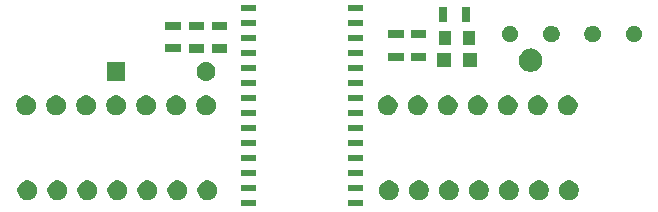
<source format=gbs>
G04 #@! TF.GenerationSoftware,KiCad,Pcbnew,5.0.2-bee76a0~70~ubuntu18.04.1*
G04 #@! TF.CreationDate,2019-03-14T11:27:35-04:00*
G04 #@! TF.ProjectId,Backpack,4261636b-7061-4636-9b2e-6b696361645f,rev?*
G04 #@! TF.SameCoordinates,Original*
G04 #@! TF.FileFunction,Soldermask,Bot*
G04 #@! TF.FilePolarity,Negative*
%FSLAX46Y46*%
G04 Gerber Fmt 4.6, Leading zero omitted, Abs format (unit mm)*
G04 Created by KiCad (PCBNEW 5.0.2-bee76a0~70~ubuntu18.04.1) date Thu 14 Mar 2019 11:27:35 AM EDT*
%MOMM*%
%LPD*%
G01*
G04 APERTURE LIST*
%ADD10C,0.100000*%
G04 APERTURE END LIST*
D10*
G36*
X99060000Y-38481000D02*
X97790000Y-38481000D01*
X97790000Y-37973000D01*
X99060000Y-37973000D01*
X99060000Y-38481000D01*
X99060000Y-38481000D01*
G37*
G36*
X90017600Y-38481000D02*
X88747600Y-38481000D01*
X88747600Y-37973000D01*
X90017600Y-37973000D01*
X90017600Y-38481000D01*
X90017600Y-38481000D01*
G37*
G36*
X114211754Y-36321191D02*
X114364297Y-36384376D01*
X114501585Y-36476109D01*
X114618331Y-36592855D01*
X114710064Y-36730143D01*
X114773249Y-36882686D01*
X114805460Y-37044623D01*
X114805460Y-37209737D01*
X114773249Y-37371674D01*
X114710064Y-37524217D01*
X114618331Y-37661505D01*
X114501585Y-37778251D01*
X114364297Y-37869984D01*
X114211754Y-37933169D01*
X114049817Y-37965380D01*
X113884703Y-37965380D01*
X113722766Y-37933169D01*
X113570223Y-37869984D01*
X113432935Y-37778251D01*
X113316189Y-37661505D01*
X113224456Y-37524217D01*
X113161271Y-37371674D01*
X113129060Y-37209737D01*
X113129060Y-37044623D01*
X113161271Y-36882686D01*
X113224456Y-36730143D01*
X113316189Y-36592855D01*
X113432935Y-36476109D01*
X113570223Y-36384376D01*
X113722766Y-36321191D01*
X113884703Y-36288980D01*
X114049817Y-36288980D01*
X114211754Y-36321191D01*
X114211754Y-36321191D01*
G37*
G36*
X116751754Y-36321191D02*
X116904297Y-36384376D01*
X117041585Y-36476109D01*
X117158331Y-36592855D01*
X117250064Y-36730143D01*
X117313249Y-36882686D01*
X117345460Y-37044623D01*
X117345460Y-37209737D01*
X117313249Y-37371674D01*
X117250064Y-37524217D01*
X117158331Y-37661505D01*
X117041585Y-37778251D01*
X116904297Y-37869984D01*
X116751754Y-37933169D01*
X116589817Y-37965380D01*
X116424703Y-37965380D01*
X116262766Y-37933169D01*
X116110223Y-37869984D01*
X115972935Y-37778251D01*
X115856189Y-37661505D01*
X115764456Y-37524217D01*
X115701271Y-37371674D01*
X115669060Y-37209737D01*
X115669060Y-37044623D01*
X115701271Y-36882686D01*
X115764456Y-36730143D01*
X115856189Y-36592855D01*
X115972935Y-36476109D01*
X116110223Y-36384376D01*
X116262766Y-36321191D01*
X116424703Y-36288980D01*
X116589817Y-36288980D01*
X116751754Y-36321191D01*
X116751754Y-36321191D01*
G37*
G36*
X86144754Y-36321191D02*
X86297297Y-36384376D01*
X86434585Y-36476109D01*
X86551331Y-36592855D01*
X86643064Y-36730143D01*
X86706249Y-36882686D01*
X86738460Y-37044623D01*
X86738460Y-37209737D01*
X86706249Y-37371674D01*
X86643064Y-37524217D01*
X86551331Y-37661505D01*
X86434585Y-37778251D01*
X86297297Y-37869984D01*
X86144754Y-37933169D01*
X85982817Y-37965380D01*
X85817703Y-37965380D01*
X85655766Y-37933169D01*
X85503223Y-37869984D01*
X85365935Y-37778251D01*
X85249189Y-37661505D01*
X85157456Y-37524217D01*
X85094271Y-37371674D01*
X85062060Y-37209737D01*
X85062060Y-37044623D01*
X85094271Y-36882686D01*
X85157456Y-36730143D01*
X85249189Y-36592855D01*
X85365935Y-36476109D01*
X85503223Y-36384376D01*
X85655766Y-36321191D01*
X85817703Y-36288980D01*
X85982817Y-36288980D01*
X86144754Y-36321191D01*
X86144754Y-36321191D01*
G37*
G36*
X83604754Y-36321191D02*
X83757297Y-36384376D01*
X83894585Y-36476109D01*
X84011331Y-36592855D01*
X84103064Y-36730143D01*
X84166249Y-36882686D01*
X84198460Y-37044623D01*
X84198460Y-37209737D01*
X84166249Y-37371674D01*
X84103064Y-37524217D01*
X84011331Y-37661505D01*
X83894585Y-37778251D01*
X83757297Y-37869984D01*
X83604754Y-37933169D01*
X83442817Y-37965380D01*
X83277703Y-37965380D01*
X83115766Y-37933169D01*
X82963223Y-37869984D01*
X82825935Y-37778251D01*
X82709189Y-37661505D01*
X82617456Y-37524217D01*
X82554271Y-37371674D01*
X82522060Y-37209737D01*
X82522060Y-37044623D01*
X82554271Y-36882686D01*
X82617456Y-36730143D01*
X82709189Y-36592855D01*
X82825935Y-36476109D01*
X82963223Y-36384376D01*
X83115766Y-36321191D01*
X83277703Y-36288980D01*
X83442817Y-36288980D01*
X83604754Y-36321191D01*
X83604754Y-36321191D01*
G37*
G36*
X81064754Y-36321191D02*
X81217297Y-36384376D01*
X81354585Y-36476109D01*
X81471331Y-36592855D01*
X81563064Y-36730143D01*
X81626249Y-36882686D01*
X81658460Y-37044623D01*
X81658460Y-37209737D01*
X81626249Y-37371674D01*
X81563064Y-37524217D01*
X81471331Y-37661505D01*
X81354585Y-37778251D01*
X81217297Y-37869984D01*
X81064754Y-37933169D01*
X80902817Y-37965380D01*
X80737703Y-37965380D01*
X80575766Y-37933169D01*
X80423223Y-37869984D01*
X80285935Y-37778251D01*
X80169189Y-37661505D01*
X80077456Y-37524217D01*
X80014271Y-37371674D01*
X79982060Y-37209737D01*
X79982060Y-37044623D01*
X80014271Y-36882686D01*
X80077456Y-36730143D01*
X80169189Y-36592855D01*
X80285935Y-36476109D01*
X80423223Y-36384376D01*
X80575766Y-36321191D01*
X80737703Y-36288980D01*
X80902817Y-36288980D01*
X81064754Y-36321191D01*
X81064754Y-36321191D01*
G37*
G36*
X78524754Y-36321191D02*
X78677297Y-36384376D01*
X78814585Y-36476109D01*
X78931331Y-36592855D01*
X79023064Y-36730143D01*
X79086249Y-36882686D01*
X79118460Y-37044623D01*
X79118460Y-37209737D01*
X79086249Y-37371674D01*
X79023064Y-37524217D01*
X78931331Y-37661505D01*
X78814585Y-37778251D01*
X78677297Y-37869984D01*
X78524754Y-37933169D01*
X78362817Y-37965380D01*
X78197703Y-37965380D01*
X78035766Y-37933169D01*
X77883223Y-37869984D01*
X77745935Y-37778251D01*
X77629189Y-37661505D01*
X77537456Y-37524217D01*
X77474271Y-37371674D01*
X77442060Y-37209737D01*
X77442060Y-37044623D01*
X77474271Y-36882686D01*
X77537456Y-36730143D01*
X77629189Y-36592855D01*
X77745935Y-36476109D01*
X77883223Y-36384376D01*
X78035766Y-36321191D01*
X78197703Y-36288980D01*
X78362817Y-36288980D01*
X78524754Y-36321191D01*
X78524754Y-36321191D01*
G37*
G36*
X75987294Y-36321191D02*
X76139837Y-36384376D01*
X76277125Y-36476109D01*
X76393871Y-36592855D01*
X76485604Y-36730143D01*
X76548789Y-36882686D01*
X76581000Y-37044623D01*
X76581000Y-37209737D01*
X76548789Y-37371674D01*
X76485604Y-37524217D01*
X76393871Y-37661505D01*
X76277125Y-37778251D01*
X76139837Y-37869984D01*
X75987294Y-37933169D01*
X75825357Y-37965380D01*
X75660243Y-37965380D01*
X75498306Y-37933169D01*
X75345763Y-37869984D01*
X75208475Y-37778251D01*
X75091729Y-37661505D01*
X74999996Y-37524217D01*
X74936811Y-37371674D01*
X74904600Y-37209737D01*
X74904600Y-37044623D01*
X74936811Y-36882686D01*
X74999996Y-36730143D01*
X75091729Y-36592855D01*
X75208475Y-36476109D01*
X75345763Y-36384376D01*
X75498306Y-36321191D01*
X75660243Y-36288980D01*
X75825357Y-36288980D01*
X75987294Y-36321191D01*
X75987294Y-36321191D01*
G37*
G36*
X73447294Y-36321191D02*
X73599837Y-36384376D01*
X73737125Y-36476109D01*
X73853871Y-36592855D01*
X73945604Y-36730143D01*
X74008789Y-36882686D01*
X74041000Y-37044623D01*
X74041000Y-37209737D01*
X74008789Y-37371674D01*
X73945604Y-37524217D01*
X73853871Y-37661505D01*
X73737125Y-37778251D01*
X73599837Y-37869984D01*
X73447294Y-37933169D01*
X73285357Y-37965380D01*
X73120243Y-37965380D01*
X72958306Y-37933169D01*
X72805763Y-37869984D01*
X72668475Y-37778251D01*
X72551729Y-37661505D01*
X72459996Y-37524217D01*
X72396811Y-37371674D01*
X72364600Y-37209737D01*
X72364600Y-37044623D01*
X72396811Y-36882686D01*
X72459996Y-36730143D01*
X72551729Y-36592855D01*
X72668475Y-36476109D01*
X72805763Y-36384376D01*
X72958306Y-36321191D01*
X73120243Y-36288980D01*
X73285357Y-36288980D01*
X73447294Y-36321191D01*
X73447294Y-36321191D01*
G37*
G36*
X70907294Y-36321191D02*
X71059837Y-36384376D01*
X71197125Y-36476109D01*
X71313871Y-36592855D01*
X71405604Y-36730143D01*
X71468789Y-36882686D01*
X71501000Y-37044623D01*
X71501000Y-37209737D01*
X71468789Y-37371674D01*
X71405604Y-37524217D01*
X71313871Y-37661505D01*
X71197125Y-37778251D01*
X71059837Y-37869984D01*
X70907294Y-37933169D01*
X70745357Y-37965380D01*
X70580243Y-37965380D01*
X70418306Y-37933169D01*
X70265763Y-37869984D01*
X70128475Y-37778251D01*
X70011729Y-37661505D01*
X69919996Y-37524217D01*
X69856811Y-37371674D01*
X69824600Y-37209737D01*
X69824600Y-37044623D01*
X69856811Y-36882686D01*
X69919996Y-36730143D01*
X70011729Y-36592855D01*
X70128475Y-36476109D01*
X70265763Y-36384376D01*
X70418306Y-36321191D01*
X70580243Y-36288980D01*
X70745357Y-36288980D01*
X70907294Y-36321191D01*
X70907294Y-36321191D01*
G37*
G36*
X104054294Y-36321191D02*
X104206837Y-36384376D01*
X104344125Y-36476109D01*
X104460871Y-36592855D01*
X104552604Y-36730143D01*
X104615789Y-36882686D01*
X104648000Y-37044623D01*
X104648000Y-37209737D01*
X104615789Y-37371674D01*
X104552604Y-37524217D01*
X104460871Y-37661505D01*
X104344125Y-37778251D01*
X104206837Y-37869984D01*
X104054294Y-37933169D01*
X103892357Y-37965380D01*
X103727243Y-37965380D01*
X103565306Y-37933169D01*
X103412763Y-37869984D01*
X103275475Y-37778251D01*
X103158729Y-37661505D01*
X103066996Y-37524217D01*
X103003811Y-37371674D01*
X102971600Y-37209737D01*
X102971600Y-37044623D01*
X103003811Y-36882686D01*
X103066996Y-36730143D01*
X103158729Y-36592855D01*
X103275475Y-36476109D01*
X103412763Y-36384376D01*
X103565306Y-36321191D01*
X103727243Y-36288980D01*
X103892357Y-36288980D01*
X104054294Y-36321191D01*
X104054294Y-36321191D01*
G37*
G36*
X101514294Y-36321191D02*
X101666837Y-36384376D01*
X101804125Y-36476109D01*
X101920871Y-36592855D01*
X102012604Y-36730143D01*
X102075789Y-36882686D01*
X102108000Y-37044623D01*
X102108000Y-37209737D01*
X102075789Y-37371674D01*
X102012604Y-37524217D01*
X101920871Y-37661505D01*
X101804125Y-37778251D01*
X101666837Y-37869984D01*
X101514294Y-37933169D01*
X101352357Y-37965380D01*
X101187243Y-37965380D01*
X101025306Y-37933169D01*
X100872763Y-37869984D01*
X100735475Y-37778251D01*
X100618729Y-37661505D01*
X100526996Y-37524217D01*
X100463811Y-37371674D01*
X100431600Y-37209737D01*
X100431600Y-37044623D01*
X100463811Y-36882686D01*
X100526996Y-36730143D01*
X100618729Y-36592855D01*
X100735475Y-36476109D01*
X100872763Y-36384376D01*
X101025306Y-36321191D01*
X101187243Y-36288980D01*
X101352357Y-36288980D01*
X101514294Y-36321191D01*
X101514294Y-36321191D01*
G37*
G36*
X111671754Y-36321191D02*
X111824297Y-36384376D01*
X111961585Y-36476109D01*
X112078331Y-36592855D01*
X112170064Y-36730143D01*
X112233249Y-36882686D01*
X112265460Y-37044623D01*
X112265460Y-37209737D01*
X112233249Y-37371674D01*
X112170064Y-37524217D01*
X112078331Y-37661505D01*
X111961585Y-37778251D01*
X111824297Y-37869984D01*
X111671754Y-37933169D01*
X111509817Y-37965380D01*
X111344703Y-37965380D01*
X111182766Y-37933169D01*
X111030223Y-37869984D01*
X110892935Y-37778251D01*
X110776189Y-37661505D01*
X110684456Y-37524217D01*
X110621271Y-37371674D01*
X110589060Y-37209737D01*
X110589060Y-37044623D01*
X110621271Y-36882686D01*
X110684456Y-36730143D01*
X110776189Y-36592855D01*
X110892935Y-36476109D01*
X111030223Y-36384376D01*
X111182766Y-36321191D01*
X111344703Y-36288980D01*
X111509817Y-36288980D01*
X111671754Y-36321191D01*
X111671754Y-36321191D01*
G37*
G36*
X109131754Y-36321191D02*
X109284297Y-36384376D01*
X109421585Y-36476109D01*
X109538331Y-36592855D01*
X109630064Y-36730143D01*
X109693249Y-36882686D01*
X109725460Y-37044623D01*
X109725460Y-37209737D01*
X109693249Y-37371674D01*
X109630064Y-37524217D01*
X109538331Y-37661505D01*
X109421585Y-37778251D01*
X109284297Y-37869984D01*
X109131754Y-37933169D01*
X108969817Y-37965380D01*
X108804703Y-37965380D01*
X108642766Y-37933169D01*
X108490223Y-37869984D01*
X108352935Y-37778251D01*
X108236189Y-37661505D01*
X108144456Y-37524217D01*
X108081271Y-37371674D01*
X108049060Y-37209737D01*
X108049060Y-37044623D01*
X108081271Y-36882686D01*
X108144456Y-36730143D01*
X108236189Y-36592855D01*
X108352935Y-36476109D01*
X108490223Y-36384376D01*
X108642766Y-36321191D01*
X108804703Y-36288980D01*
X108969817Y-36288980D01*
X109131754Y-36321191D01*
X109131754Y-36321191D01*
G37*
G36*
X106594294Y-36321191D02*
X106746837Y-36384376D01*
X106884125Y-36476109D01*
X107000871Y-36592855D01*
X107092604Y-36730143D01*
X107155789Y-36882686D01*
X107188000Y-37044623D01*
X107188000Y-37209737D01*
X107155789Y-37371674D01*
X107092604Y-37524217D01*
X107000871Y-37661505D01*
X106884125Y-37778251D01*
X106746837Y-37869984D01*
X106594294Y-37933169D01*
X106432357Y-37965380D01*
X106267243Y-37965380D01*
X106105306Y-37933169D01*
X105952763Y-37869984D01*
X105815475Y-37778251D01*
X105698729Y-37661505D01*
X105606996Y-37524217D01*
X105543811Y-37371674D01*
X105511600Y-37209737D01*
X105511600Y-37044623D01*
X105543811Y-36882686D01*
X105606996Y-36730143D01*
X105698729Y-36592855D01*
X105815475Y-36476109D01*
X105952763Y-36384376D01*
X106105306Y-36321191D01*
X106267243Y-36288980D01*
X106432357Y-36288980D01*
X106594294Y-36321191D01*
X106594294Y-36321191D01*
G37*
G36*
X99060000Y-37211000D02*
X97790000Y-37211000D01*
X97790000Y-36703000D01*
X99060000Y-36703000D01*
X99060000Y-37211000D01*
X99060000Y-37211000D01*
G37*
G36*
X90017600Y-37211000D02*
X88747600Y-37211000D01*
X88747600Y-36703000D01*
X90017600Y-36703000D01*
X90017600Y-37211000D01*
X90017600Y-37211000D01*
G37*
G36*
X90017600Y-35941000D02*
X88747600Y-35941000D01*
X88747600Y-35433000D01*
X90017600Y-35433000D01*
X90017600Y-35941000D01*
X90017600Y-35941000D01*
G37*
G36*
X99060000Y-35941000D02*
X97790000Y-35941000D01*
X97790000Y-35433000D01*
X99060000Y-35433000D01*
X99060000Y-35941000D01*
X99060000Y-35941000D01*
G37*
G36*
X99060000Y-34671000D02*
X97790000Y-34671000D01*
X97790000Y-34163000D01*
X99060000Y-34163000D01*
X99060000Y-34671000D01*
X99060000Y-34671000D01*
G37*
G36*
X90017600Y-34671000D02*
X88747600Y-34671000D01*
X88747600Y-34163000D01*
X90017600Y-34163000D01*
X90017600Y-34671000D01*
X90017600Y-34671000D01*
G37*
G36*
X90017600Y-33401000D02*
X88747600Y-33401000D01*
X88747600Y-32893000D01*
X90017600Y-32893000D01*
X90017600Y-33401000D01*
X90017600Y-33401000D01*
G37*
G36*
X99060000Y-33401000D02*
X97790000Y-33401000D01*
X97790000Y-32893000D01*
X99060000Y-32893000D01*
X99060000Y-33401000D01*
X99060000Y-33401000D01*
G37*
G36*
X90017600Y-32131000D02*
X88747600Y-32131000D01*
X88747600Y-31623000D01*
X90017600Y-31623000D01*
X90017600Y-32131000D01*
X90017600Y-32131000D01*
G37*
G36*
X99060000Y-32131000D02*
X97790000Y-32131000D01*
X97790000Y-31623000D01*
X99060000Y-31623000D01*
X99060000Y-32131000D01*
X99060000Y-32131000D01*
G37*
G36*
X99060000Y-30861000D02*
X97790000Y-30861000D01*
X97790000Y-30353000D01*
X99060000Y-30353000D01*
X99060000Y-30861000D01*
X99060000Y-30861000D01*
G37*
G36*
X90017600Y-30861000D02*
X88747600Y-30861000D01*
X88747600Y-30353000D01*
X90017600Y-30353000D01*
X90017600Y-30861000D01*
X90017600Y-30861000D01*
G37*
G36*
X80965694Y-29122831D02*
X81118237Y-29186016D01*
X81255525Y-29277749D01*
X81372271Y-29394495D01*
X81464004Y-29531783D01*
X81527189Y-29684326D01*
X81559400Y-29846263D01*
X81559400Y-30011377D01*
X81527189Y-30173314D01*
X81464004Y-30325857D01*
X81372271Y-30463145D01*
X81255525Y-30579891D01*
X81118237Y-30671624D01*
X80965694Y-30734809D01*
X80803757Y-30767020D01*
X80638643Y-30767020D01*
X80476706Y-30734809D01*
X80324163Y-30671624D01*
X80186875Y-30579891D01*
X80070129Y-30463145D01*
X79978396Y-30325857D01*
X79915211Y-30173314D01*
X79883000Y-30011377D01*
X79883000Y-29846263D01*
X79915211Y-29684326D01*
X79978396Y-29531783D01*
X80070129Y-29394495D01*
X80186875Y-29277749D01*
X80324163Y-29186016D01*
X80476706Y-29122831D01*
X80638643Y-29090620D01*
X80803757Y-29090620D01*
X80965694Y-29122831D01*
X80965694Y-29122831D01*
G37*
G36*
X70808234Y-29122831D02*
X70960777Y-29186016D01*
X71098065Y-29277749D01*
X71214811Y-29394495D01*
X71306544Y-29531783D01*
X71369729Y-29684326D01*
X71401940Y-29846263D01*
X71401940Y-30011377D01*
X71369729Y-30173314D01*
X71306544Y-30325857D01*
X71214811Y-30463145D01*
X71098065Y-30579891D01*
X70960777Y-30671624D01*
X70808234Y-30734809D01*
X70646297Y-30767020D01*
X70481183Y-30767020D01*
X70319246Y-30734809D01*
X70166703Y-30671624D01*
X70029415Y-30579891D01*
X69912669Y-30463145D01*
X69820936Y-30325857D01*
X69757751Y-30173314D01*
X69725540Y-30011377D01*
X69725540Y-29846263D01*
X69757751Y-29684326D01*
X69820936Y-29531783D01*
X69912669Y-29394495D01*
X70029415Y-29277749D01*
X70166703Y-29186016D01*
X70319246Y-29122831D01*
X70481183Y-29090620D01*
X70646297Y-29090620D01*
X70808234Y-29122831D01*
X70808234Y-29122831D01*
G37*
G36*
X73348234Y-29122831D02*
X73500777Y-29186016D01*
X73638065Y-29277749D01*
X73754811Y-29394495D01*
X73846544Y-29531783D01*
X73909729Y-29684326D01*
X73941940Y-29846263D01*
X73941940Y-30011377D01*
X73909729Y-30173314D01*
X73846544Y-30325857D01*
X73754811Y-30463145D01*
X73638065Y-30579891D01*
X73500777Y-30671624D01*
X73348234Y-30734809D01*
X73186297Y-30767020D01*
X73021183Y-30767020D01*
X72859246Y-30734809D01*
X72706703Y-30671624D01*
X72569415Y-30579891D01*
X72452669Y-30463145D01*
X72360936Y-30325857D01*
X72297751Y-30173314D01*
X72265540Y-30011377D01*
X72265540Y-29846263D01*
X72297751Y-29684326D01*
X72360936Y-29531783D01*
X72452669Y-29394495D01*
X72569415Y-29277749D01*
X72706703Y-29186016D01*
X72859246Y-29122831D01*
X73021183Y-29090620D01*
X73186297Y-29090620D01*
X73348234Y-29122831D01*
X73348234Y-29122831D01*
G37*
G36*
X78428234Y-29122831D02*
X78580777Y-29186016D01*
X78718065Y-29277749D01*
X78834811Y-29394495D01*
X78926544Y-29531783D01*
X78989729Y-29684326D01*
X79021940Y-29846263D01*
X79021940Y-30011377D01*
X78989729Y-30173314D01*
X78926544Y-30325857D01*
X78834811Y-30463145D01*
X78718065Y-30579891D01*
X78580777Y-30671624D01*
X78428234Y-30734809D01*
X78266297Y-30767020D01*
X78101183Y-30767020D01*
X77939246Y-30734809D01*
X77786703Y-30671624D01*
X77649415Y-30579891D01*
X77532669Y-30463145D01*
X77440936Y-30325857D01*
X77377751Y-30173314D01*
X77345540Y-30011377D01*
X77345540Y-29846263D01*
X77377751Y-29684326D01*
X77440936Y-29531783D01*
X77532669Y-29394495D01*
X77649415Y-29277749D01*
X77786703Y-29186016D01*
X77939246Y-29122831D01*
X78101183Y-29090620D01*
X78266297Y-29090620D01*
X78428234Y-29122831D01*
X78428234Y-29122831D01*
G37*
G36*
X114112694Y-29122831D02*
X114265237Y-29186016D01*
X114402525Y-29277749D01*
X114519271Y-29394495D01*
X114611004Y-29531783D01*
X114674189Y-29684326D01*
X114706400Y-29846263D01*
X114706400Y-30011377D01*
X114674189Y-30173314D01*
X114611004Y-30325857D01*
X114519271Y-30463145D01*
X114402525Y-30579891D01*
X114265237Y-30671624D01*
X114112694Y-30734809D01*
X113950757Y-30767020D01*
X113785643Y-30767020D01*
X113623706Y-30734809D01*
X113471163Y-30671624D01*
X113333875Y-30579891D01*
X113217129Y-30463145D01*
X113125396Y-30325857D01*
X113062211Y-30173314D01*
X113030000Y-30011377D01*
X113030000Y-29846263D01*
X113062211Y-29684326D01*
X113125396Y-29531783D01*
X113217129Y-29394495D01*
X113333875Y-29277749D01*
X113471163Y-29186016D01*
X113623706Y-29122831D01*
X113785643Y-29090620D01*
X113950757Y-29090620D01*
X114112694Y-29122831D01*
X114112694Y-29122831D01*
G37*
G36*
X111572694Y-29122831D02*
X111725237Y-29186016D01*
X111862525Y-29277749D01*
X111979271Y-29394495D01*
X112071004Y-29531783D01*
X112134189Y-29684326D01*
X112166400Y-29846263D01*
X112166400Y-30011377D01*
X112134189Y-30173314D01*
X112071004Y-30325857D01*
X111979271Y-30463145D01*
X111862525Y-30579891D01*
X111725237Y-30671624D01*
X111572694Y-30734809D01*
X111410757Y-30767020D01*
X111245643Y-30767020D01*
X111083706Y-30734809D01*
X110931163Y-30671624D01*
X110793875Y-30579891D01*
X110677129Y-30463145D01*
X110585396Y-30325857D01*
X110522211Y-30173314D01*
X110490000Y-30011377D01*
X110490000Y-29846263D01*
X110522211Y-29684326D01*
X110585396Y-29531783D01*
X110677129Y-29394495D01*
X110793875Y-29277749D01*
X110931163Y-29186016D01*
X111083706Y-29122831D01*
X111245643Y-29090620D01*
X111410757Y-29090620D01*
X111572694Y-29122831D01*
X111572694Y-29122831D01*
G37*
G36*
X116652694Y-29122831D02*
X116805237Y-29186016D01*
X116942525Y-29277749D01*
X117059271Y-29394495D01*
X117151004Y-29531783D01*
X117214189Y-29684326D01*
X117246400Y-29846263D01*
X117246400Y-30011377D01*
X117214189Y-30173314D01*
X117151004Y-30325857D01*
X117059271Y-30463145D01*
X116942525Y-30579891D01*
X116805237Y-30671624D01*
X116652694Y-30734809D01*
X116490757Y-30767020D01*
X116325643Y-30767020D01*
X116163706Y-30734809D01*
X116011163Y-30671624D01*
X115873875Y-30579891D01*
X115757129Y-30463145D01*
X115665396Y-30325857D01*
X115602211Y-30173314D01*
X115570000Y-30011377D01*
X115570000Y-29846263D01*
X115602211Y-29684326D01*
X115665396Y-29531783D01*
X115757129Y-29394495D01*
X115873875Y-29277749D01*
X116011163Y-29186016D01*
X116163706Y-29122831D01*
X116325643Y-29090620D01*
X116490757Y-29090620D01*
X116652694Y-29122831D01*
X116652694Y-29122831D01*
G37*
G36*
X75888234Y-29122831D02*
X76040777Y-29186016D01*
X76178065Y-29277749D01*
X76294811Y-29394495D01*
X76386544Y-29531783D01*
X76449729Y-29684326D01*
X76481940Y-29846263D01*
X76481940Y-30011377D01*
X76449729Y-30173314D01*
X76386544Y-30325857D01*
X76294811Y-30463145D01*
X76178065Y-30579891D01*
X76040777Y-30671624D01*
X75888234Y-30734809D01*
X75726297Y-30767020D01*
X75561183Y-30767020D01*
X75399246Y-30734809D01*
X75246703Y-30671624D01*
X75109415Y-30579891D01*
X74992669Y-30463145D01*
X74900936Y-30325857D01*
X74837751Y-30173314D01*
X74805540Y-30011377D01*
X74805540Y-29846263D01*
X74837751Y-29684326D01*
X74900936Y-29531783D01*
X74992669Y-29394495D01*
X75109415Y-29277749D01*
X75246703Y-29186016D01*
X75399246Y-29122831D01*
X75561183Y-29090620D01*
X75726297Y-29090620D01*
X75888234Y-29122831D01*
X75888234Y-29122831D01*
G37*
G36*
X109035234Y-29122831D02*
X109187777Y-29186016D01*
X109325065Y-29277749D01*
X109441811Y-29394495D01*
X109533544Y-29531783D01*
X109596729Y-29684326D01*
X109628940Y-29846263D01*
X109628940Y-30011377D01*
X109596729Y-30173314D01*
X109533544Y-30325857D01*
X109441811Y-30463145D01*
X109325065Y-30579891D01*
X109187777Y-30671624D01*
X109035234Y-30734809D01*
X108873297Y-30767020D01*
X108708183Y-30767020D01*
X108546246Y-30734809D01*
X108393703Y-30671624D01*
X108256415Y-30579891D01*
X108139669Y-30463145D01*
X108047936Y-30325857D01*
X107984751Y-30173314D01*
X107952540Y-30011377D01*
X107952540Y-29846263D01*
X107984751Y-29684326D01*
X108047936Y-29531783D01*
X108139669Y-29394495D01*
X108256415Y-29277749D01*
X108393703Y-29186016D01*
X108546246Y-29122831D01*
X108708183Y-29090620D01*
X108873297Y-29090620D01*
X109035234Y-29122831D01*
X109035234Y-29122831D01*
G37*
G36*
X101415234Y-29122831D02*
X101567777Y-29186016D01*
X101705065Y-29277749D01*
X101821811Y-29394495D01*
X101913544Y-29531783D01*
X101976729Y-29684326D01*
X102008940Y-29846263D01*
X102008940Y-30011377D01*
X101976729Y-30173314D01*
X101913544Y-30325857D01*
X101821811Y-30463145D01*
X101705065Y-30579891D01*
X101567777Y-30671624D01*
X101415234Y-30734809D01*
X101253297Y-30767020D01*
X101088183Y-30767020D01*
X100926246Y-30734809D01*
X100773703Y-30671624D01*
X100636415Y-30579891D01*
X100519669Y-30463145D01*
X100427936Y-30325857D01*
X100364751Y-30173314D01*
X100332540Y-30011377D01*
X100332540Y-29846263D01*
X100364751Y-29684326D01*
X100427936Y-29531783D01*
X100519669Y-29394495D01*
X100636415Y-29277749D01*
X100773703Y-29186016D01*
X100926246Y-29122831D01*
X101088183Y-29090620D01*
X101253297Y-29090620D01*
X101415234Y-29122831D01*
X101415234Y-29122831D01*
G37*
G36*
X103955234Y-29122831D02*
X104107777Y-29186016D01*
X104245065Y-29277749D01*
X104361811Y-29394495D01*
X104453544Y-29531783D01*
X104516729Y-29684326D01*
X104548940Y-29846263D01*
X104548940Y-30011377D01*
X104516729Y-30173314D01*
X104453544Y-30325857D01*
X104361811Y-30463145D01*
X104245065Y-30579891D01*
X104107777Y-30671624D01*
X103955234Y-30734809D01*
X103793297Y-30767020D01*
X103628183Y-30767020D01*
X103466246Y-30734809D01*
X103313703Y-30671624D01*
X103176415Y-30579891D01*
X103059669Y-30463145D01*
X102967936Y-30325857D01*
X102904751Y-30173314D01*
X102872540Y-30011377D01*
X102872540Y-29846263D01*
X102904751Y-29684326D01*
X102967936Y-29531783D01*
X103059669Y-29394495D01*
X103176415Y-29277749D01*
X103313703Y-29186016D01*
X103466246Y-29122831D01*
X103628183Y-29090620D01*
X103793297Y-29090620D01*
X103955234Y-29122831D01*
X103955234Y-29122831D01*
G37*
G36*
X83505694Y-29122831D02*
X83658237Y-29186016D01*
X83795525Y-29277749D01*
X83912271Y-29394495D01*
X84004004Y-29531783D01*
X84067189Y-29684326D01*
X84099400Y-29846263D01*
X84099400Y-30011377D01*
X84067189Y-30173314D01*
X84004004Y-30325857D01*
X83912271Y-30463145D01*
X83795525Y-30579891D01*
X83658237Y-30671624D01*
X83505694Y-30734809D01*
X83343757Y-30767020D01*
X83178643Y-30767020D01*
X83016706Y-30734809D01*
X82864163Y-30671624D01*
X82726875Y-30579891D01*
X82610129Y-30463145D01*
X82518396Y-30325857D01*
X82455211Y-30173314D01*
X82423000Y-30011377D01*
X82423000Y-29846263D01*
X82455211Y-29684326D01*
X82518396Y-29531783D01*
X82610129Y-29394495D01*
X82726875Y-29277749D01*
X82864163Y-29186016D01*
X83016706Y-29122831D01*
X83178643Y-29090620D01*
X83343757Y-29090620D01*
X83505694Y-29122831D01*
X83505694Y-29122831D01*
G37*
G36*
X106495234Y-29122831D02*
X106647777Y-29186016D01*
X106785065Y-29277749D01*
X106901811Y-29394495D01*
X106993544Y-29531783D01*
X107056729Y-29684326D01*
X107088940Y-29846263D01*
X107088940Y-30011377D01*
X107056729Y-30173314D01*
X106993544Y-30325857D01*
X106901811Y-30463145D01*
X106785065Y-30579891D01*
X106647777Y-30671624D01*
X106495234Y-30734809D01*
X106333297Y-30767020D01*
X106168183Y-30767020D01*
X106006246Y-30734809D01*
X105853703Y-30671624D01*
X105716415Y-30579891D01*
X105599669Y-30463145D01*
X105507936Y-30325857D01*
X105444751Y-30173314D01*
X105412540Y-30011377D01*
X105412540Y-29846263D01*
X105444751Y-29684326D01*
X105507936Y-29531783D01*
X105599669Y-29394495D01*
X105716415Y-29277749D01*
X105853703Y-29186016D01*
X106006246Y-29122831D01*
X106168183Y-29090620D01*
X106333297Y-29090620D01*
X106495234Y-29122831D01*
X106495234Y-29122831D01*
G37*
G36*
X86045694Y-29122831D02*
X86198237Y-29186016D01*
X86335525Y-29277749D01*
X86452271Y-29394495D01*
X86544004Y-29531783D01*
X86607189Y-29684326D01*
X86639400Y-29846263D01*
X86639400Y-30011377D01*
X86607189Y-30173314D01*
X86544004Y-30325857D01*
X86452271Y-30463145D01*
X86335525Y-30579891D01*
X86198237Y-30671624D01*
X86045694Y-30734809D01*
X85883757Y-30767020D01*
X85718643Y-30767020D01*
X85556706Y-30734809D01*
X85404163Y-30671624D01*
X85266875Y-30579891D01*
X85150129Y-30463145D01*
X85058396Y-30325857D01*
X84995211Y-30173314D01*
X84963000Y-30011377D01*
X84963000Y-29846263D01*
X84995211Y-29684326D01*
X85058396Y-29531783D01*
X85150129Y-29394495D01*
X85266875Y-29277749D01*
X85404163Y-29186016D01*
X85556706Y-29122831D01*
X85718643Y-29090620D01*
X85883757Y-29090620D01*
X86045694Y-29122831D01*
X86045694Y-29122831D01*
G37*
G36*
X90017600Y-29591000D02*
X88747600Y-29591000D01*
X88747600Y-29083000D01*
X90017600Y-29083000D01*
X90017600Y-29591000D01*
X90017600Y-29591000D01*
G37*
G36*
X99060000Y-29591000D02*
X97790000Y-29591000D01*
X97790000Y-29083000D01*
X99060000Y-29083000D01*
X99060000Y-29591000D01*
X99060000Y-29591000D01*
G37*
G36*
X90017600Y-28321000D02*
X88747600Y-28321000D01*
X88747600Y-27813000D01*
X90017600Y-27813000D01*
X90017600Y-28321000D01*
X90017600Y-28321000D01*
G37*
G36*
X99060000Y-28321000D02*
X97790000Y-28321000D01*
X97790000Y-27813000D01*
X99060000Y-27813000D01*
X99060000Y-28321000D01*
X99060000Y-28321000D01*
G37*
G36*
X78968500Y-27851000D02*
X77368500Y-27851000D01*
X77368500Y-26251000D01*
X78968500Y-26251000D01*
X78968500Y-27851000D01*
X78968500Y-27851000D01*
G37*
G36*
X85906149Y-26258717D02*
X85945327Y-26262576D01*
X86020727Y-26285448D01*
X86096129Y-26308321D01*
X86235108Y-26382608D01*
X86356922Y-26482578D01*
X86456892Y-26604392D01*
X86531179Y-26743371D01*
X86576924Y-26894174D01*
X86592370Y-27051000D01*
X86576924Y-27207826D01*
X86531179Y-27358629D01*
X86456892Y-27497608D01*
X86356922Y-27619422D01*
X86235108Y-27719392D01*
X86096129Y-27793679D01*
X86032435Y-27813000D01*
X85945327Y-27839424D01*
X85906149Y-27843283D01*
X85827795Y-27851000D01*
X85749205Y-27851000D01*
X85670851Y-27843283D01*
X85631673Y-27839424D01*
X85544565Y-27813000D01*
X85480871Y-27793679D01*
X85341892Y-27719392D01*
X85220078Y-27619422D01*
X85120108Y-27497608D01*
X85045821Y-27358629D01*
X85000076Y-27207826D01*
X84984630Y-27051000D01*
X85000076Y-26894174D01*
X85045821Y-26743371D01*
X85120108Y-26604392D01*
X85220078Y-26482578D01*
X85341892Y-26382608D01*
X85480871Y-26308321D01*
X85556273Y-26285448D01*
X85631673Y-26262576D01*
X85670851Y-26258717D01*
X85749205Y-26251000D01*
X85827795Y-26251000D01*
X85906149Y-26258717D01*
X85906149Y-26258717D01*
G37*
G36*
X113421897Y-25125016D02*
X113565418Y-25153564D01*
X113745678Y-25228230D01*
X113907907Y-25336628D01*
X114045872Y-25474593D01*
X114154270Y-25636822D01*
X114228936Y-25817082D01*
X114267000Y-26008444D01*
X114267000Y-26203556D01*
X114228936Y-26394918D01*
X114154270Y-26575178D01*
X114045872Y-26737407D01*
X113907907Y-26875372D01*
X113745678Y-26983770D01*
X113565418Y-27058436D01*
X113421897Y-27086984D01*
X113374057Y-27096500D01*
X113178943Y-27096500D01*
X113131103Y-27086984D01*
X112987582Y-27058436D01*
X112807322Y-26983770D01*
X112645093Y-26875372D01*
X112507128Y-26737407D01*
X112398730Y-26575178D01*
X112324064Y-26394918D01*
X112286000Y-26203556D01*
X112286000Y-26008444D01*
X112324064Y-25817082D01*
X112398730Y-25636822D01*
X112507128Y-25474593D01*
X112645093Y-25336628D01*
X112807322Y-25228230D01*
X112987582Y-25153564D01*
X113131103Y-25125016D01*
X113178943Y-25115500D01*
X113374057Y-25115500D01*
X113421897Y-25125016D01*
X113421897Y-25125016D01*
G37*
G36*
X90017600Y-27051000D02*
X88747600Y-27051000D01*
X88747600Y-26543000D01*
X90017600Y-26543000D01*
X90017600Y-27051000D01*
X90017600Y-27051000D01*
G37*
G36*
X99060000Y-27051000D02*
X97790000Y-27051000D01*
X97790000Y-26543000D01*
X99060000Y-26543000D01*
X99060000Y-27051000D01*
X99060000Y-27051000D01*
G37*
G36*
X106561000Y-26698500D02*
X105361000Y-26698500D01*
X105361000Y-25498500D01*
X106561000Y-25498500D01*
X106561000Y-26698500D01*
X106561000Y-26698500D01*
G37*
G36*
X108761000Y-26698500D02*
X107561000Y-26698500D01*
X107561000Y-25498500D01*
X108761000Y-25498500D01*
X108761000Y-26698500D01*
X108761000Y-26698500D01*
G37*
G36*
X104434997Y-26167875D02*
X103134997Y-26167875D01*
X103134997Y-25467875D01*
X104434997Y-25467875D01*
X104434997Y-26167875D01*
X104434997Y-26167875D01*
G37*
G36*
X102529998Y-26167875D02*
X101229998Y-26167875D01*
X101229998Y-25467875D01*
X102529998Y-25467875D01*
X102529998Y-26167875D01*
X102529998Y-26167875D01*
G37*
G36*
X99060000Y-25781000D02*
X97790000Y-25781000D01*
X97790000Y-25273000D01*
X99060000Y-25273000D01*
X99060000Y-25781000D01*
X99060000Y-25781000D01*
G37*
G36*
X90017600Y-25781000D02*
X88747600Y-25781000D01*
X88747600Y-25273000D01*
X90017600Y-25273000D01*
X90017600Y-25781000D01*
X90017600Y-25781000D01*
G37*
G36*
X85631374Y-25455265D02*
X84331374Y-25455265D01*
X84331374Y-24755265D01*
X85631374Y-24755265D01*
X85631374Y-25455265D01*
X85631374Y-25455265D01*
G37*
G36*
X87599874Y-25455264D02*
X86299874Y-25455264D01*
X86299874Y-24755264D01*
X87599874Y-24755264D01*
X87599874Y-25455264D01*
X87599874Y-25455264D01*
G37*
G36*
X83644435Y-25435238D02*
X82344435Y-25435238D01*
X82344435Y-24735238D01*
X83644435Y-24735238D01*
X83644435Y-25435238D01*
X83644435Y-25435238D01*
G37*
G36*
X106523498Y-24857875D02*
X105523498Y-24857875D01*
X105523498Y-23607875D01*
X106523498Y-23607875D01*
X106523498Y-24857875D01*
X106523498Y-24857875D01*
G37*
G36*
X108523498Y-24857875D02*
X107523498Y-24857875D01*
X107523498Y-23607875D01*
X108523498Y-23607875D01*
X108523498Y-24857875D01*
X108523498Y-24857875D01*
G37*
G36*
X115230245Y-23204342D02*
X115357363Y-23256996D01*
X115471771Y-23333441D01*
X115569059Y-23430729D01*
X115645504Y-23545137D01*
X115698158Y-23672255D01*
X115725000Y-23807202D01*
X115725000Y-23944798D01*
X115698158Y-24079745D01*
X115645504Y-24206863D01*
X115569059Y-24321271D01*
X115471771Y-24418559D01*
X115357363Y-24495004D01*
X115230245Y-24547658D01*
X115095298Y-24574500D01*
X114957702Y-24574500D01*
X114822755Y-24547658D01*
X114695637Y-24495004D01*
X114581229Y-24418559D01*
X114483941Y-24321271D01*
X114407496Y-24206863D01*
X114354842Y-24079745D01*
X114328000Y-23944798D01*
X114328000Y-23807202D01*
X114354842Y-23672255D01*
X114407496Y-23545137D01*
X114483941Y-23430729D01*
X114581229Y-23333441D01*
X114695637Y-23256996D01*
X114822755Y-23204342D01*
X114957702Y-23177500D01*
X115095298Y-23177500D01*
X115230245Y-23204342D01*
X115230245Y-23204342D01*
G37*
G36*
X111730245Y-23204342D02*
X111857363Y-23256996D01*
X111971771Y-23333441D01*
X112069059Y-23430729D01*
X112145504Y-23545137D01*
X112198158Y-23672255D01*
X112225000Y-23807202D01*
X112225000Y-23944798D01*
X112198158Y-24079745D01*
X112145504Y-24206863D01*
X112069059Y-24321271D01*
X111971771Y-24418559D01*
X111857363Y-24495004D01*
X111730245Y-24547658D01*
X111595298Y-24574500D01*
X111457702Y-24574500D01*
X111322755Y-24547658D01*
X111195637Y-24495004D01*
X111081229Y-24418559D01*
X110983941Y-24321271D01*
X110907496Y-24206863D01*
X110854842Y-24079745D01*
X110828000Y-23944798D01*
X110828000Y-23807202D01*
X110854842Y-23672255D01*
X110907496Y-23545137D01*
X110983941Y-23430729D01*
X111081229Y-23333441D01*
X111195637Y-23256996D01*
X111322755Y-23204342D01*
X111457702Y-23177500D01*
X111595298Y-23177500D01*
X111730245Y-23204342D01*
X111730245Y-23204342D01*
G37*
G36*
X122230245Y-23204342D02*
X122357363Y-23256996D01*
X122471771Y-23333441D01*
X122569059Y-23430729D01*
X122645504Y-23545137D01*
X122698158Y-23672255D01*
X122725000Y-23807202D01*
X122725000Y-23944798D01*
X122698158Y-24079745D01*
X122645504Y-24206863D01*
X122569059Y-24321271D01*
X122471771Y-24418559D01*
X122357363Y-24495004D01*
X122230245Y-24547658D01*
X122095298Y-24574500D01*
X121957702Y-24574500D01*
X121822755Y-24547658D01*
X121695637Y-24495004D01*
X121581229Y-24418559D01*
X121483941Y-24321271D01*
X121407496Y-24206863D01*
X121354842Y-24079745D01*
X121328000Y-23944798D01*
X121328000Y-23807202D01*
X121354842Y-23672255D01*
X121407496Y-23545137D01*
X121483941Y-23430729D01*
X121581229Y-23333441D01*
X121695637Y-23256996D01*
X121822755Y-23204342D01*
X121957702Y-23177500D01*
X122095298Y-23177500D01*
X122230245Y-23204342D01*
X122230245Y-23204342D01*
G37*
G36*
X118730245Y-23204342D02*
X118857363Y-23256996D01*
X118971771Y-23333441D01*
X119069059Y-23430729D01*
X119145504Y-23545137D01*
X119198158Y-23672255D01*
X119225000Y-23807202D01*
X119225000Y-23944798D01*
X119198158Y-24079745D01*
X119145504Y-24206863D01*
X119069059Y-24321271D01*
X118971771Y-24418559D01*
X118857363Y-24495004D01*
X118730245Y-24547658D01*
X118595298Y-24574500D01*
X118457702Y-24574500D01*
X118322755Y-24547658D01*
X118195637Y-24495004D01*
X118081229Y-24418559D01*
X117983941Y-24321271D01*
X117907496Y-24206863D01*
X117854842Y-24079745D01*
X117828000Y-23944798D01*
X117828000Y-23807202D01*
X117854842Y-23672255D01*
X117907496Y-23545137D01*
X117983941Y-23430729D01*
X118081229Y-23333441D01*
X118195637Y-23256996D01*
X118322755Y-23204342D01*
X118457702Y-23177500D01*
X118595298Y-23177500D01*
X118730245Y-23204342D01*
X118730245Y-23204342D01*
G37*
G36*
X90017600Y-24511000D02*
X88747600Y-24511000D01*
X88747600Y-24003000D01*
X90017600Y-24003000D01*
X90017600Y-24511000D01*
X90017600Y-24511000D01*
G37*
G36*
X99060000Y-24511000D02*
X97790000Y-24511000D01*
X97790000Y-24003000D01*
X99060000Y-24003000D01*
X99060000Y-24511000D01*
X99060000Y-24511000D01*
G37*
G36*
X104434997Y-24267875D02*
X103134997Y-24267875D01*
X103134997Y-23567875D01*
X104434997Y-23567875D01*
X104434997Y-24267875D01*
X104434997Y-24267875D01*
G37*
G36*
X102529998Y-24267875D02*
X101229998Y-24267875D01*
X101229998Y-23567875D01*
X102529998Y-23567875D01*
X102529998Y-24267875D01*
X102529998Y-24267875D01*
G37*
G36*
X85631374Y-23555265D02*
X84331374Y-23555265D01*
X84331374Y-22855265D01*
X85631374Y-22855265D01*
X85631374Y-23555265D01*
X85631374Y-23555265D01*
G37*
G36*
X87599874Y-23555264D02*
X86299874Y-23555264D01*
X86299874Y-22855264D01*
X87599874Y-22855264D01*
X87599874Y-23555264D01*
X87599874Y-23555264D01*
G37*
G36*
X83644435Y-23535238D02*
X82344435Y-23535238D01*
X82344435Y-22835238D01*
X83644435Y-22835238D01*
X83644435Y-23535238D01*
X83644435Y-23535238D01*
G37*
G36*
X90017600Y-23241000D02*
X88747600Y-23241000D01*
X88747600Y-22733000D01*
X90017600Y-22733000D01*
X90017600Y-23241000D01*
X90017600Y-23241000D01*
G37*
G36*
X99060000Y-23241000D02*
X97790000Y-23241000D01*
X97790000Y-22733000D01*
X99060000Y-22733000D01*
X99060000Y-23241000D01*
X99060000Y-23241000D01*
G37*
G36*
X108132998Y-22914375D02*
X107432998Y-22914375D01*
X107432998Y-21614375D01*
X108132998Y-21614375D01*
X108132998Y-22914375D01*
X108132998Y-22914375D01*
G37*
G36*
X106232998Y-22914375D02*
X105532998Y-22914375D01*
X105532998Y-21614375D01*
X106232998Y-21614375D01*
X106232998Y-22914375D01*
X106232998Y-22914375D01*
G37*
G36*
X99060000Y-21971000D02*
X97790000Y-21971000D01*
X97790000Y-21463000D01*
X99060000Y-21463000D01*
X99060000Y-21971000D01*
X99060000Y-21971000D01*
G37*
G36*
X90017600Y-21971000D02*
X88747600Y-21971000D01*
X88747600Y-21463000D01*
X90017600Y-21463000D01*
X90017600Y-21971000D01*
X90017600Y-21971000D01*
G37*
M02*

</source>
